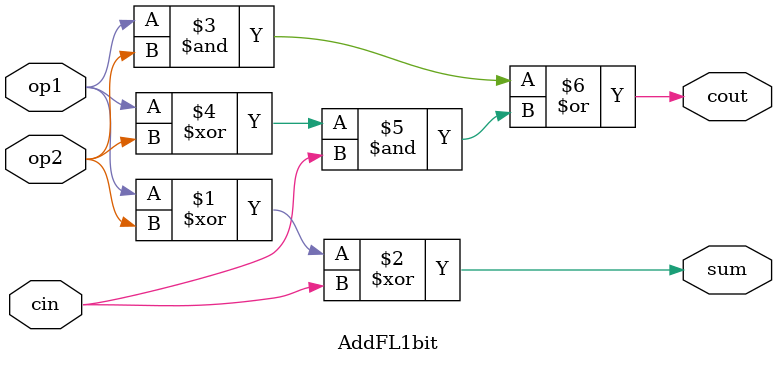
<source format=v>
module AddFL1bit(
    input  wire op1,
    input  wire op2,
    input  wire cin,
    output wire sum,
    output wire cout
);

    assign sum  = op1 ^ op2 ^ cin;
    assign cout = (op1 & op2) | ((op1 ^ op2) & cin);

endmodule
</source>
